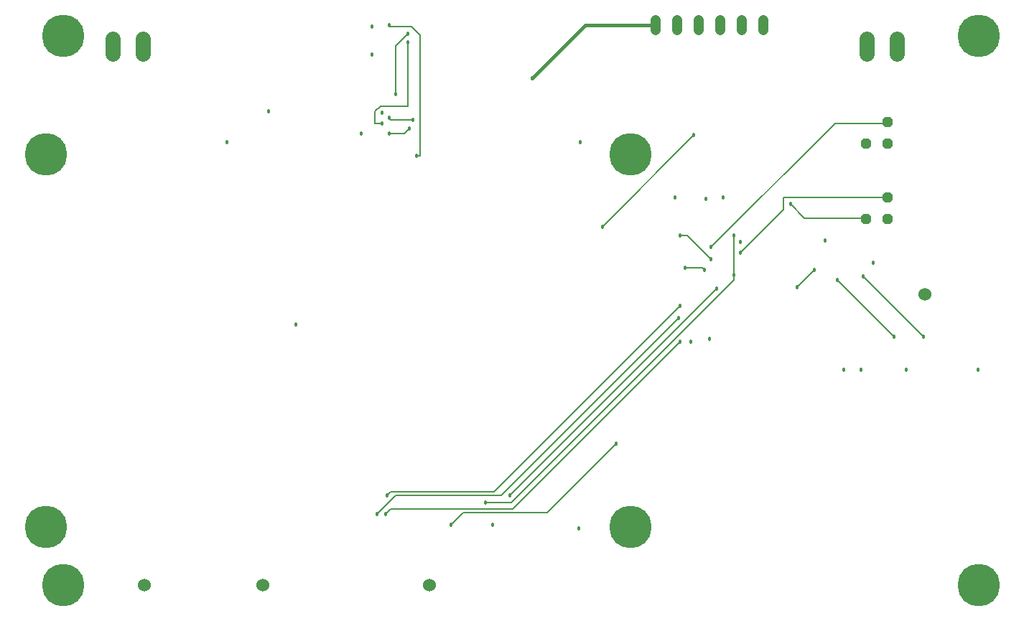
<source format=gbl>
G75*
%MOIN*%
%OFA0B0*%
%FSLAX24Y24*%
%IPPOS*%
%LPD*%
%AMOC8*
5,1,8,0,0,1.08239X$1,22.5*
%
%ADD10C,0.1969*%
%ADD11C,0.0709*%
%ADD12C,0.0600*%
%ADD13OC8,0.0480*%
%ADD14C,0.0480*%
%ADD15C,0.0180*%
%ADD16C,0.0080*%
%ADD17C,0.0150*%
D10*
X003663Y002100D03*
X002844Y004781D03*
X030009Y004781D03*
X046163Y002100D03*
X030009Y022104D03*
X046163Y027600D03*
X003663Y027600D03*
X002844Y022104D03*
D11*
X005974Y026746D02*
X005974Y027454D01*
X007352Y027454D02*
X007352Y026746D01*
X040974Y026746D02*
X040974Y027454D01*
X042352Y027454D02*
X042352Y026746D01*
D12*
X043663Y015600D03*
X020663Y002100D03*
X012913Y002100D03*
X007413Y002100D03*
D13*
X040913Y019100D03*
X041913Y019100D03*
X041913Y020100D03*
X041913Y022600D03*
X040913Y022600D03*
X041913Y023600D03*
D14*
X036163Y027860D02*
X036163Y028340D01*
X035163Y028340D02*
X035163Y027860D01*
X034163Y027860D02*
X034163Y028340D01*
X033163Y028340D02*
X033163Y027860D01*
X032163Y027860D02*
X032163Y028340D01*
X031163Y028340D02*
X031163Y027860D01*
D15*
X025423Y025620D03*
X027663Y022660D03*
X032063Y020100D03*
X033503Y020020D03*
X034303Y020100D03*
X034783Y018340D03*
X035103Y018020D03*
X035103Y017540D03*
X033743Y017780D03*
X033743Y017220D03*
X033423Y016740D03*
X032543Y016820D03*
X033983Y015860D03*
X034783Y016500D03*
X032303Y015060D03*
X032223Y014500D03*
X032303Y013380D03*
X032783Y013380D03*
X033663Y013540D03*
X037743Y015940D03*
X038543Y016740D03*
X039583Y016260D03*
X040783Y016420D03*
X041263Y017060D03*
X039023Y018100D03*
X037423Y019780D03*
X032303Y018340D03*
X028703Y018740D03*
X032943Y022980D03*
X020063Y022020D03*
X018783Y023060D03*
X018463Y023540D03*
X018783Y023780D03*
X018463Y024020D03*
X019743Y023300D03*
X019903Y023700D03*
X019103Y024900D03*
X017983Y026740D03*
X019663Y027300D03*
X019663Y027700D03*
X018783Y028100D03*
X017983Y028020D03*
X013183Y024100D03*
X011263Y022660D03*
X017503Y023060D03*
X014463Y014180D03*
X018703Y006260D03*
X018623Y005380D03*
X018223Y005380D03*
X021663Y004900D03*
X023263Y005940D03*
X024383Y006260D03*
X023583Y004900D03*
X027583Y004740D03*
X029343Y008660D03*
X039903Y012100D03*
X040703Y012100D03*
X042783Y012100D03*
X042223Y013620D03*
X043583Y013620D03*
X046143Y012100D03*
D16*
X043583Y013620D02*
X040783Y016420D01*
X039583Y016260D02*
X042223Y013620D01*
X038543Y016740D02*
X037743Y015940D01*
X034783Y016260D02*
X034783Y016500D01*
X034783Y018340D01*
X035103Y017540D02*
X037103Y019540D01*
X037103Y020100D01*
X041913Y020100D01*
X040913Y019100D02*
X040863Y019140D01*
X038063Y019140D01*
X037423Y019780D01*
X033743Y017780D02*
X039503Y023540D01*
X041903Y023540D01*
X041913Y023600D01*
X032943Y022980D02*
X028703Y018740D01*
X032303Y018340D02*
X032623Y018340D01*
X033743Y017220D01*
X033343Y016820D02*
X032543Y016820D01*
X033343Y016820D02*
X033423Y016740D01*
X033983Y015860D02*
X024383Y006260D01*
X023983Y006260D02*
X019103Y006260D01*
X018223Y005380D01*
X018623Y005380D02*
X018863Y005620D01*
X024543Y005620D01*
X032303Y013380D01*
X032223Y014500D02*
X023983Y006260D01*
X023663Y006420D02*
X018863Y006420D01*
X018703Y006260D01*
X021663Y004900D02*
X022223Y005460D01*
X026143Y005460D01*
X029343Y008660D01*
X024463Y005940D02*
X034783Y016260D01*
X032303Y015060D02*
X023663Y006420D01*
X023263Y005940D02*
X024463Y005940D01*
X020223Y022020D02*
X020063Y022020D01*
X020223Y022020D02*
X020223Y027620D01*
X019823Y028020D01*
X018863Y028020D01*
X018783Y028100D01*
X019663Y027700D02*
X019103Y027140D01*
X019103Y024900D01*
X019663Y024340D02*
X018383Y024340D01*
X018143Y024100D01*
X018143Y023540D01*
X018463Y023540D01*
X018783Y023780D02*
X018863Y023700D01*
X019903Y023700D01*
X019743Y023300D02*
X019503Y023060D01*
X018783Y023060D01*
X019663Y024340D02*
X019663Y027300D01*
D17*
X025423Y025620D02*
X027903Y028100D01*
X031163Y028100D01*
M02*

</source>
